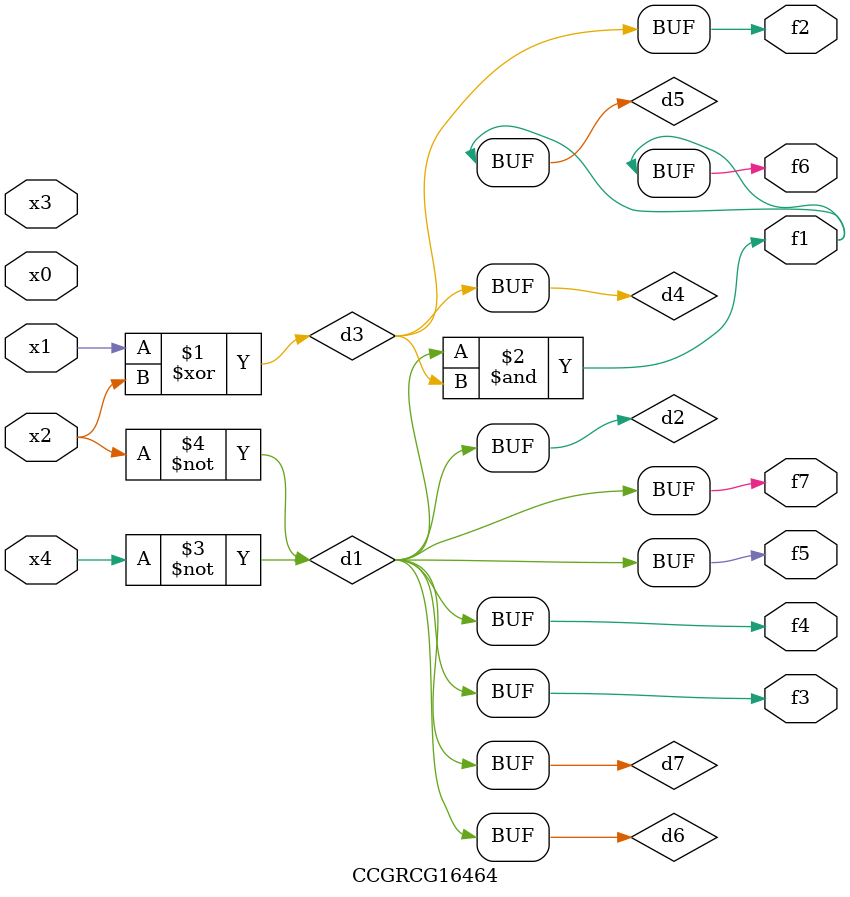
<source format=v>
module CCGRCG16464(
	input x0, x1, x2, x3, x4,
	output f1, f2, f3, f4, f5, f6, f7
);

	wire d1, d2, d3, d4, d5, d6, d7;

	not (d1, x4);
	not (d2, x2);
	xor (d3, x1, x2);
	buf (d4, d3);
	and (d5, d1, d3);
	buf (d6, d1, d2);
	buf (d7, d2);
	assign f1 = d5;
	assign f2 = d4;
	assign f3 = d7;
	assign f4 = d7;
	assign f5 = d7;
	assign f6 = d5;
	assign f7 = d7;
endmodule

</source>
